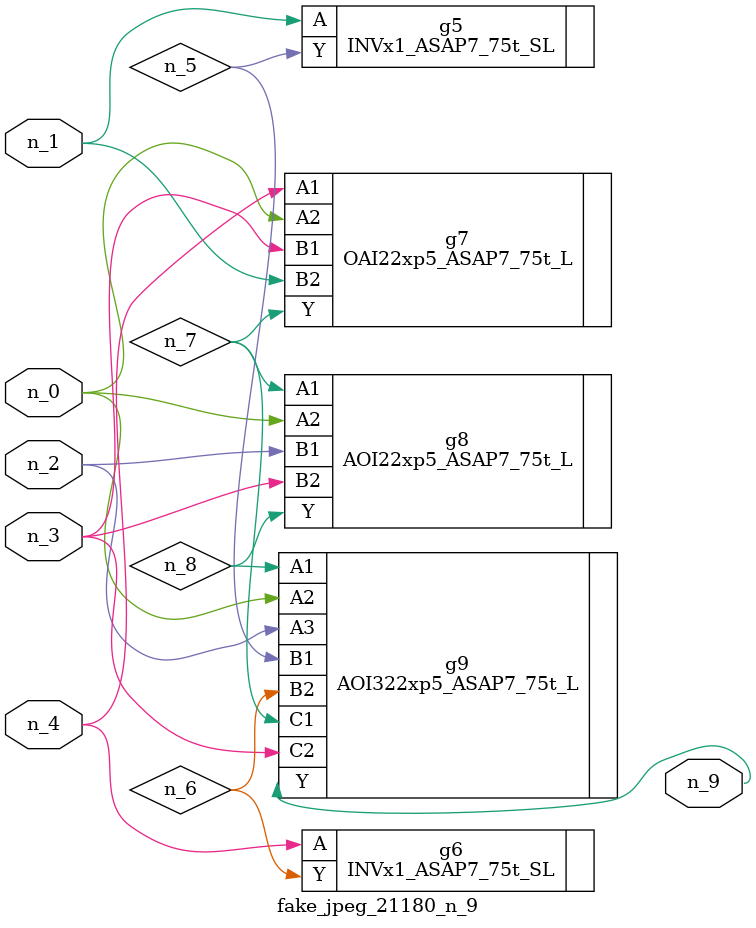
<source format=v>
module fake_jpeg_21180_n_9 (n_3, n_2, n_1, n_0, n_4, n_9);

input n_3;
input n_2;
input n_1;
input n_0;
input n_4;

output n_9;

wire n_8;
wire n_6;
wire n_5;
wire n_7;

INVx1_ASAP7_75t_SL g5 ( 
.A(n_1),
.Y(n_5)
);

INVx1_ASAP7_75t_SL g6 ( 
.A(n_4),
.Y(n_6)
);

OAI22xp5_ASAP7_75t_L g7 ( 
.A1(n_4),
.A2(n_0),
.B1(n_3),
.B2(n_1),
.Y(n_7)
);

AOI22xp5_ASAP7_75t_L g8 ( 
.A1(n_7),
.A2(n_0),
.B1(n_2),
.B2(n_3),
.Y(n_8)
);

AOI322xp5_ASAP7_75t_L g9 ( 
.A1(n_8),
.A2(n_0),
.A3(n_2),
.B1(n_5),
.B2(n_6),
.C1(n_7),
.C2(n_3),
.Y(n_9)
);


endmodule
</source>
